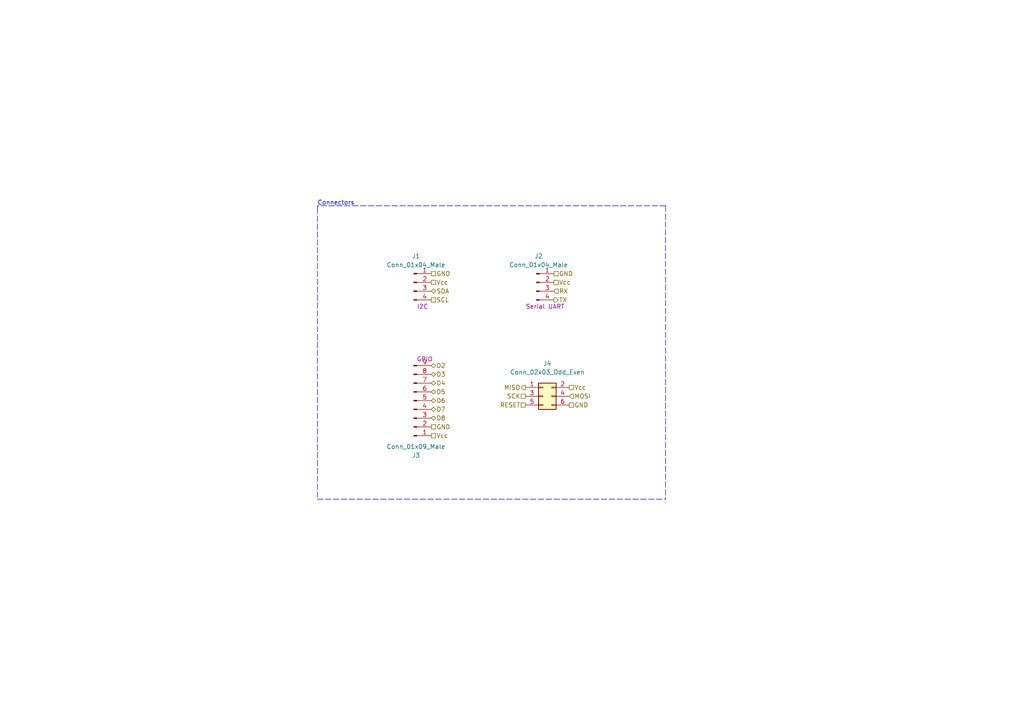
<source format=kicad_sch>
(kicad_sch (version 20211123) (generator eeschema)
  (paper "A4")
  (title_block (title "${project_name}") (date "2022-08-29") (rev "1") (comment 1 "Project #2, KiCad Like a Pro Udemy course") (comment 2 "MCU Datalogger with memory and clock") (comment 3 "github.com/raghavmarwah") (comment 4 "raghavmarwah.com"))
  (lib_symbols
    (symbol "Connector:Conn_01x04_Male" (pin_names (offset 1.016) hide)
      (property "Reference" "J" (at 0 5.08 0))
      (property "Value" "Conn_01x04_Male" (at 0 -7.62 0))
      (symbol "Conn_01x04_Male_1_1"
        (polyline (pts (xy 1.27 -5.08) (xy 0.8636 -5.08)) (stroke (width 0.1524)))
        (polyline (pts (xy 1.27 -2.54) (xy 0.8636 -2.54)) (stroke (width 0.1524)))
        (polyline (pts (xy 1.27 0) (xy 0.8636 0)) (stroke (width 0.1524)))
        (polyline (pts (xy 1.27 2.54) (xy 0.8636 2.54)) (stroke (width 0.1524)))
        (rectangle (start 0.8636 -4.953) (end 0 -5.207) (stroke (width 0.1524)) (fill (type outline)))
        (rectangle (start 0.8636 -2.413) (end 0 -2.667) (stroke (width 0.1524)) (fill (type outline)))
        (rectangle (start 0.8636 0.127) (end 0 -0.127) (stroke (width 0.1524)) (fill (type outline)))
        (rectangle (start 0.8636 2.667) (end 0 2.413) (stroke (width 0.1524)) (fill (type outline)))
        (pin passive line (at 5.08 2.54 180) (length 3.81) (name "Pin_1") (number "1"))
        (pin passive line (at 5.08 0 180) (length 3.81) (name "Pin_2") (number "2"))
        (pin passive line (at 5.08 -2.54 180) (length 3.81) (name "Pin_3") (number "3"))
        (pin passive line (at 5.08 -5.08 180) (length 3.81) (name "Pin_4") (number "4"))
      )
    )
    (symbol "Connector:Conn_01x09_Male" (pin_names (offset 1.016) hide)
      (property "Reference" "J" (at 0 12.7 0))
      (property "Value" "Conn_01x09_Male" (at 0 -12.7 0))
      (symbol "Conn_01x09_Male_1_1"
        (polyline (pts (xy 1.27 -10.16) (xy 0.8636 -10.16)) (stroke (width 0.1524)))
        (polyline (pts (xy 1.27 -7.62) (xy 0.8636 -7.62)) (stroke (width 0.1524)))
        (polyline (pts (xy 1.27 -5.08) (xy 0.8636 -5.08)) (stroke (width 0.1524)))
        (polyline (pts (xy 1.27 -2.54) (xy 0.8636 -2.54)) (stroke (width 0.1524)))
        (polyline (pts (xy 1.27 0) (xy 0.8636 0)) (stroke (width 0.1524)))
        (polyline (pts (xy 1.27 2.54) (xy 0.8636 2.54)) (stroke (width 0.1524)))
        (polyline (pts (xy 1.27 5.08) (xy 0.8636 5.08)) (stroke (width 0.1524)))
        (polyline (pts (xy 1.27 7.62) (xy 0.8636 7.62)) (stroke (width 0.1524)))
        (polyline (pts (xy 1.27 10.16) (xy 0.8636 10.16)) (stroke (width 0.1524)))
        (rectangle (start 0.8636 -10.033) (end 0 -10.287) (stroke (width 0.1524)) (fill (type outline)))
        (rectangle (start 0.8636 -7.493) (end 0 -7.747) (stroke (width 0.1524)) (fill (type outline)))
        (rectangle (start 0.8636 -4.953) (end 0 -5.207) (stroke (width 0.1524)) (fill (type outline)))
        (rectangle (start 0.8636 -2.413) (end 0 -2.667) (stroke (width 0.1524)) (fill (type outline)))
        (rectangle (start 0.8636 0.127) (end 0 -0.127) (stroke (width 0.1524)) (fill (type outline)))
        (rectangle (start 0.8636 2.667) (end 0 2.413) (stroke (width 0.1524)) (fill (type outline)))
        (rectangle (start 0.8636 5.207) (end 0 4.953) (stroke (width 0.1524)) (fill (type outline)))
        (rectangle (start 0.8636 7.747) (end 0 7.493) (stroke (width 0.1524)) (fill (type outline)))
        (rectangle (start 0.8636 10.287) (end 0 10.033) (stroke (width 0.1524)) (fill (type outline)))
        (pin passive line (at 5.08 10.16 180) (length 3.81) (name "Pin_1") (number "1"))
        (pin passive line (at 5.08 7.62 180) (length 3.81) (name "Pin_2") (number "2"))
        (pin passive line (at 5.08 5.08 180) (length 3.81) (name "Pin_3") (number "3"))
        (pin passive line (at 5.08 2.54 180) (length 3.81) (name "Pin_4") (number "4"))
        (pin passive line (at 5.08 0 180) (length 3.81) (name "Pin_5") (number "5"))
        (pin passive line (at 5.08 -2.54 180) (length 3.81) (name "Pin_6") (number "6"))
        (pin passive line (at 5.08 -5.08 180) (length 3.81) (name "Pin_7") (number "7"))
        (pin passive line (at 5.08 -7.62 180) (length 3.81) (name "Pin_8") (number "8"))
        (pin passive line (at 5.08 -10.16 180) (length 3.81) (name "Pin_9") (number "9"))
      )
    )
    (symbol "Connector_Generic:Conn_02x03_Odd_Even" (pin_names (offset 1.016) hide)
      (property "Reference" "J" (at 1.27 5.08 0))
      (property "Value" "Conn_02x03_Odd_Even" (at 1.27 -5.08 0))
      (symbol "Conn_02x03_Odd_Even_1_1"
        (rectangle (start -1.27 -2.413) (end 0 -2.667) (stroke (width 0.1524)))
        (rectangle (start -1.27 0.127) (end 0 -0.127) (stroke (width 0.1524)))
        (rectangle (start -1.27 2.667) (end 0 2.413) (stroke (width 0.1524)))
        (rectangle (start -1.27 3.81) (end 3.81 -3.81) (stroke (width 0.254)) (fill (type background)))
        (rectangle (start 3.81 -2.413) (end 2.54 -2.667) (stroke (width 0.1524)))
        (rectangle (start 3.81 0.127) (end 2.54 -0.127) (stroke (width 0.1524)))
        (rectangle (start 3.81 2.667) (end 2.54 2.413) (stroke (width 0.1524)))
        (pin passive line (at -5.08 2.54 0) (length 3.81) (name "Pin_1") (number "1"))
        (pin passive line (at 7.62 2.54 180) (length 3.81) (name "Pin_2") (number "2"))
        (pin passive line (at -5.08 0 0) (length 3.81) (name "Pin_3") (number "3"))
        (pin passive line (at 7.62 0 180) (length 3.81) (name "Pin_4") (number "4"))
        (pin passive line (at -5.08 -2.54 0) (length 3.81) (name "Pin_5") (number "5"))
        (pin passive line (at 7.62 -2.54 180) (length 3.81) (name "Pin_6") (number "6"))
      )
    )
  )
  (polyline (pts (xy 193.04 59.69) (xy 193.04 144.78)))
  (polyline (pts (xy 92.075 59.69) (xy 92.075 60.325)))
  (polyline (pts (xy 92.075 60.325) (xy 92.075 144.78)))
  (polyline (pts (xy 92.075 144.78) (xy 193.04 144.78)))
  (polyline (pts (xy 193.04 59.69) (xy 92.075 59.69)))
  (text "Connectors" (at 92.075 59.69 0) (effects (font (size 1.27 1.27)) (justify left bottom)))
  (hierarchical_label "Vcc" (shape passive) (at 125.095 81.915 0))
  (hierarchical_label "GND" (shape passive) (at 160.655 79.375 0))
  (hierarchical_label "D4" (shape bidirectional) (at 125.095 111.125 0))
  (hierarchical_label "Vcc" (shape passive) (at 160.655 81.915 0))
  (hierarchical_label "SCL" (shape passive) (at 125.095 86.995 0))
  (hierarchical_label "SCK" (shape passive) (at 152.4 114.935 180))
  (hierarchical_label "D6" (shape bidirectional) (at 125.095 116.205 0))
  (hierarchical_label "GND" (shape passive) (at 165.1 117.475 0))
  (hierarchical_label "GND" (shape passive) (at 125.095 123.825 0))
  (hierarchical_label "D2" (shape bidirectional) (at 125.095 106.045 0))
  (hierarchical_label "TX" (shape output) (at 160.655 86.995 0))
  (hierarchical_label "SDA" (shape bidirectional) (at 125.095 84.455 0))
  (hierarchical_label "D3" (shape bidirectional) (at 125.095 108.585 0))
  (hierarchical_label "RESET" (shape passive) (at 152.4 117.475 180))
  (hierarchical_label "Vcc" (shape passive) (at 125.095 126.365 0))
  (hierarchical_label "D5" (shape bidirectional) (at 125.095 113.665 0))
  (hierarchical_label "D8" (shape bidirectional) (at 125.095 121.285 0))
  (hierarchical_label "MOSI" (shape input) (at 165.1 114.935 0))
  (hierarchical_label "D7" (shape bidirectional) (at 125.095 118.745 0))
  (hierarchical_label "RX" (shape input) (at 160.655 84.455 0))
  (hierarchical_label "Vcc" (shape passive) (at 165.1 112.395 0))
  (hierarchical_label "MISO" (shape output) (at 152.4 112.395 180))
  (hierarchical_label "GND" (shape passive) (at 125.095 79.375 0))
  (symbol (lib_id "Connector_Generic:Conn_02x03_Odd_Even") (at 157.48 114.935 0) (unit 1)
    (property "Reference" "J4" (at 158.75 105.41 0))
    (property "Value" "Conn_02x03_Odd_Even" (at 158.75 107.95 0))
    (property "Footprint" "Connector_PinHeader_2.54mm:PinHeader_2x03_P2.54mm_Vertical" (effects hide))
  )
  (symbol (lib_id "Connector:Conn_01x09_Male") (at 120.015 116.205 0) (mirror x) (unit 1)
    (property "Reference" "J3" (at 120.65 132.08 0))
    (property "Value" "Conn_01x09_Male" (at 120.65 129.54 0))
    (property "Footprint" "Connector_PinHeader_2.54mm:PinHeader_1x09_P2.54mm_Vertical" (effects hide))
    (property "Purpose" "GPIO" (at 123.19 104.14 0))
  )
  (symbol (lib_id "Connector:Conn_01x04_Male") (at 120.015 81.915 0) (unit 1)
    (property "Reference" "J1" (at 120.65 74.295 0))
    (property "Value" "Conn_01x04_Male" (at 120.65 76.835 0))
    (property "Footprint" "Connector_PinHeader_2.54mm:PinHeader_1x04_P2.54mm_Vertical" (effects hide))
    (property "Purpose" "I2C" (at 122.555 88.9 0))
  )
  (symbol (lib_id "Connector:Conn_01x04_Male") (at 155.575 81.915 0) (unit 1)
    (property "Reference" "J2" (at 156.21 74.295 0))
    (property "Value" "Conn_01x04_Male" (at 156.21 76.835 0))
    (property "Footprint" "Connector_PinHeader_2.54mm:PinHeader_1x04_P2.54mm_Vertical" (effects hide))
    (property "Purpose" "Serial UART" (at 158.115 88.9 0))
  )
)
</source>
